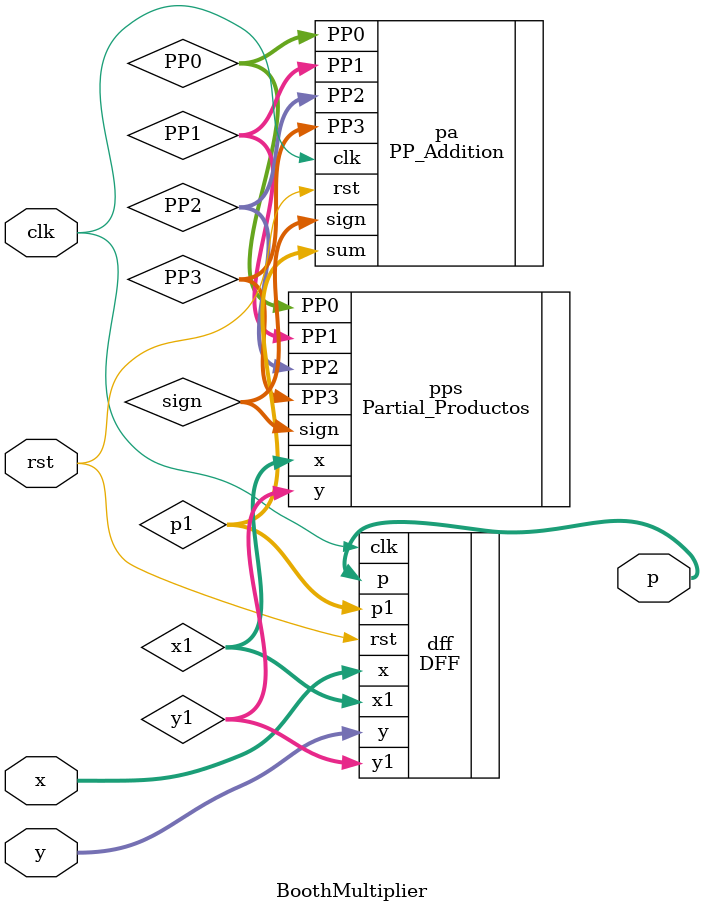
<source format=v>

module BoothMultiplier(
    input wire [7:0]x,
    input wire [7:0]y,
    input wire clk,
    input wire rst,
    output wire [15:0]p
);

    wire [8:0] PP0, PP1, PP2, PP3;
    wire [3:0] sign;
    wire [7:0] x1, y1;
    wire [15:0] p1;

    DFF dff(
        .clk(clk),
        .rst(rst),
        .x(x),
        .y(y),
        .p1(p1),
        .x1(x1),
        .y1(y1),
        .p(p)
    );

    Partial_Productos pps(
        .x(x1),
        .y(y1),
        .PP0(PP0),
        .PP1(PP1),
        .PP2(PP2),
        .PP3(PP3),
        .sign(sign)
    );

    PP_Addition pa(
        .clk(clk),
        .rst(rst),
        .PP0(PP0),
        .PP1(PP1),
        .PP2(PP2),
        .PP3(PP3),
        .sign(sign),
        .sum(p1)
    );

endmodule
</source>
